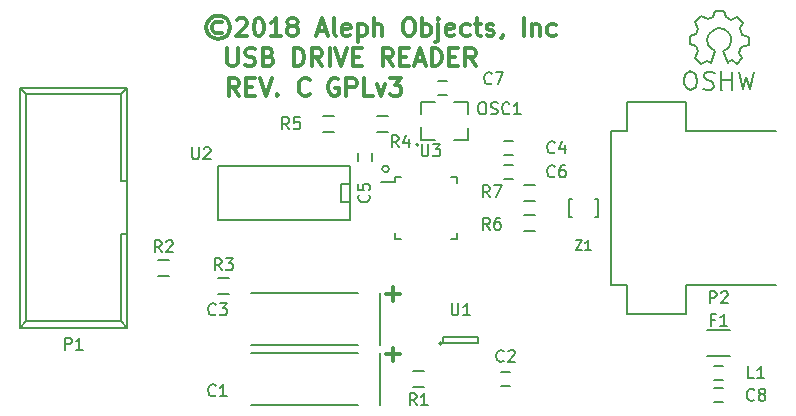
<source format=gbr>
G04 #@! TF.FileFunction,Legend,Top*
%FSLAX46Y46*%
G04 Gerber Fmt 4.6, Leading zero omitted, Abs format (unit mm)*
G04 Created by KiCad (PCBNEW 4.0.5+dfsg1-4) date Fri Dec 28 13:07:42 2018*
%MOMM*%
%LPD*%
G01*
G04 APERTURE LIST*
%ADD10C,0.100000*%
%ADD11C,0.300000*%
%ADD12C,0.200000*%
%ADD13C,0.150000*%
G04 APERTURE END LIST*
D10*
D11*
X159828572Y-108907143D02*
X160971429Y-108907143D01*
X160400000Y-109478571D02*
X160400000Y-108335714D01*
X159828572Y-114007143D02*
X160971429Y-114007143D01*
X160400000Y-114578571D02*
X160400000Y-113435714D01*
D12*
X160049981Y-98298000D02*
G75*
G03X160049981Y-98298000I-283981J0D01*
G01*
D11*
X155738000Y-90690000D02*
X155595143Y-90618571D01*
X155380857Y-90618571D01*
X155166572Y-90690000D01*
X155023714Y-90832857D01*
X154952286Y-90975714D01*
X154880857Y-91261429D01*
X154880857Y-91475714D01*
X154952286Y-91761429D01*
X155023714Y-91904286D01*
X155166572Y-92047143D01*
X155380857Y-92118571D01*
X155523714Y-92118571D01*
X155738000Y-92047143D01*
X155809429Y-91975714D01*
X155809429Y-91475714D01*
X155523714Y-91475714D01*
X156452286Y-92118571D02*
X156452286Y-90618571D01*
X157023714Y-90618571D01*
X157166572Y-90690000D01*
X157238000Y-90761429D01*
X157309429Y-90904286D01*
X157309429Y-91118571D01*
X157238000Y-91261429D01*
X157166572Y-91332857D01*
X157023714Y-91404286D01*
X156452286Y-91404286D01*
X158666572Y-92118571D02*
X157952286Y-92118571D01*
X157952286Y-90618571D01*
X159023715Y-91118571D02*
X159380858Y-92118571D01*
X159738000Y-91118571D01*
X160166572Y-90618571D02*
X161095143Y-90618571D01*
X160595143Y-91190000D01*
X160809429Y-91190000D01*
X160952286Y-91261429D01*
X161023715Y-91332857D01*
X161095143Y-91475714D01*
X161095143Y-91832857D01*
X161023715Y-91975714D01*
X160952286Y-92047143D01*
X160809429Y-92118571D01*
X160380857Y-92118571D01*
X160238000Y-92047143D01*
X160166572Y-91975714D01*
X147324286Y-92118571D02*
X146824286Y-91404286D01*
X146467143Y-92118571D02*
X146467143Y-90618571D01*
X147038571Y-90618571D01*
X147181429Y-90690000D01*
X147252857Y-90761429D01*
X147324286Y-90904286D01*
X147324286Y-91118571D01*
X147252857Y-91261429D01*
X147181429Y-91332857D01*
X147038571Y-91404286D01*
X146467143Y-91404286D01*
X147967143Y-91332857D02*
X148467143Y-91332857D01*
X148681429Y-92118571D02*
X147967143Y-92118571D01*
X147967143Y-90618571D01*
X148681429Y-90618571D01*
X149110000Y-90618571D02*
X149610000Y-92118571D01*
X150110000Y-90618571D01*
X150610000Y-91975714D02*
X150681428Y-92047143D01*
X150610000Y-92118571D01*
X150538571Y-92047143D01*
X150610000Y-91975714D01*
X150610000Y-92118571D01*
X153324286Y-91975714D02*
X153252857Y-92047143D01*
X153038571Y-92118571D01*
X152895714Y-92118571D01*
X152681429Y-92047143D01*
X152538571Y-91904286D01*
X152467143Y-91761429D01*
X152395714Y-91475714D01*
X152395714Y-91261429D01*
X152467143Y-90975714D01*
X152538571Y-90832857D01*
X152681429Y-90690000D01*
X152895714Y-90618571D01*
X153038571Y-90618571D01*
X153252857Y-90690000D01*
X153324286Y-90761429D01*
X146380715Y-88078571D02*
X146380715Y-89292857D01*
X146452143Y-89435714D01*
X146523572Y-89507143D01*
X146666429Y-89578571D01*
X146952143Y-89578571D01*
X147095001Y-89507143D01*
X147166429Y-89435714D01*
X147237858Y-89292857D01*
X147237858Y-88078571D01*
X147880715Y-89507143D02*
X148095001Y-89578571D01*
X148452144Y-89578571D01*
X148595001Y-89507143D01*
X148666430Y-89435714D01*
X148737858Y-89292857D01*
X148737858Y-89150000D01*
X148666430Y-89007143D01*
X148595001Y-88935714D01*
X148452144Y-88864286D01*
X148166430Y-88792857D01*
X148023572Y-88721429D01*
X147952144Y-88650000D01*
X147880715Y-88507143D01*
X147880715Y-88364286D01*
X147952144Y-88221429D01*
X148023572Y-88150000D01*
X148166430Y-88078571D01*
X148523572Y-88078571D01*
X148737858Y-88150000D01*
X149880715Y-88792857D02*
X150095001Y-88864286D01*
X150166429Y-88935714D01*
X150237858Y-89078571D01*
X150237858Y-89292857D01*
X150166429Y-89435714D01*
X150095001Y-89507143D01*
X149952143Y-89578571D01*
X149380715Y-89578571D01*
X149380715Y-88078571D01*
X149880715Y-88078571D01*
X150023572Y-88150000D01*
X150095001Y-88221429D01*
X150166429Y-88364286D01*
X150166429Y-88507143D01*
X150095001Y-88650000D01*
X150023572Y-88721429D01*
X149880715Y-88792857D01*
X149380715Y-88792857D01*
X152023572Y-89578571D02*
X152023572Y-88078571D01*
X152380715Y-88078571D01*
X152595000Y-88150000D01*
X152737858Y-88292857D01*
X152809286Y-88435714D01*
X152880715Y-88721429D01*
X152880715Y-88935714D01*
X152809286Y-89221429D01*
X152737858Y-89364286D01*
X152595000Y-89507143D01*
X152380715Y-89578571D01*
X152023572Y-89578571D01*
X154380715Y-89578571D02*
X153880715Y-88864286D01*
X153523572Y-89578571D02*
X153523572Y-88078571D01*
X154095000Y-88078571D01*
X154237858Y-88150000D01*
X154309286Y-88221429D01*
X154380715Y-88364286D01*
X154380715Y-88578571D01*
X154309286Y-88721429D01*
X154237858Y-88792857D01*
X154095000Y-88864286D01*
X153523572Y-88864286D01*
X155023572Y-89578571D02*
X155023572Y-88078571D01*
X155523572Y-88078571D02*
X156023572Y-89578571D01*
X156523572Y-88078571D01*
X157023572Y-88792857D02*
X157523572Y-88792857D01*
X157737858Y-89578571D02*
X157023572Y-89578571D01*
X157023572Y-88078571D01*
X157737858Y-88078571D01*
X160380715Y-89578571D02*
X159880715Y-88864286D01*
X159523572Y-89578571D02*
X159523572Y-88078571D01*
X160095000Y-88078571D01*
X160237858Y-88150000D01*
X160309286Y-88221429D01*
X160380715Y-88364286D01*
X160380715Y-88578571D01*
X160309286Y-88721429D01*
X160237858Y-88792857D01*
X160095000Y-88864286D01*
X159523572Y-88864286D01*
X161023572Y-88792857D02*
X161523572Y-88792857D01*
X161737858Y-89578571D02*
X161023572Y-89578571D01*
X161023572Y-88078571D01*
X161737858Y-88078571D01*
X162309286Y-89150000D02*
X163023572Y-89150000D01*
X162166429Y-89578571D02*
X162666429Y-88078571D01*
X163166429Y-89578571D01*
X163666429Y-89578571D02*
X163666429Y-88078571D01*
X164023572Y-88078571D01*
X164237857Y-88150000D01*
X164380715Y-88292857D01*
X164452143Y-88435714D01*
X164523572Y-88721429D01*
X164523572Y-88935714D01*
X164452143Y-89221429D01*
X164380715Y-89364286D01*
X164237857Y-89507143D01*
X164023572Y-89578571D01*
X163666429Y-89578571D01*
X165166429Y-88792857D02*
X165666429Y-88792857D01*
X165880715Y-89578571D02*
X165166429Y-89578571D01*
X165166429Y-88078571D01*
X165880715Y-88078571D01*
X167380715Y-89578571D02*
X166880715Y-88864286D01*
X166523572Y-89578571D02*
X166523572Y-88078571D01*
X167095000Y-88078571D01*
X167237858Y-88150000D01*
X167309286Y-88221429D01*
X167380715Y-88364286D01*
X167380715Y-88578571D01*
X167309286Y-88721429D01*
X167237858Y-88792857D01*
X167095000Y-88864286D01*
X166523572Y-88864286D01*
X145885001Y-85895714D02*
X145742143Y-85824286D01*
X145456429Y-85824286D01*
X145313572Y-85895714D01*
X145170715Y-86038571D01*
X145099286Y-86181429D01*
X145099286Y-86467143D01*
X145170715Y-86610000D01*
X145313572Y-86752857D01*
X145456429Y-86824286D01*
X145742143Y-86824286D01*
X145885001Y-86752857D01*
X145599286Y-85324286D02*
X145242143Y-85395714D01*
X144885001Y-85610000D01*
X144670715Y-85967143D01*
X144599286Y-86324286D01*
X144670715Y-86681429D01*
X144885001Y-87038571D01*
X145242143Y-87252857D01*
X145599286Y-87324286D01*
X145956429Y-87252857D01*
X146313572Y-87038571D01*
X146527858Y-86681429D01*
X146599286Y-86324286D01*
X146527858Y-85967143D01*
X146313572Y-85610000D01*
X145956429Y-85395714D01*
X145599286Y-85324286D01*
X147170715Y-85681429D02*
X147242144Y-85610000D01*
X147385001Y-85538571D01*
X147742144Y-85538571D01*
X147885001Y-85610000D01*
X147956430Y-85681429D01*
X148027858Y-85824286D01*
X148027858Y-85967143D01*
X147956430Y-86181429D01*
X147099287Y-87038571D01*
X148027858Y-87038571D01*
X148956429Y-85538571D02*
X149099286Y-85538571D01*
X149242143Y-85610000D01*
X149313572Y-85681429D01*
X149385001Y-85824286D01*
X149456429Y-86110000D01*
X149456429Y-86467143D01*
X149385001Y-86752857D01*
X149313572Y-86895714D01*
X149242143Y-86967143D01*
X149099286Y-87038571D01*
X148956429Y-87038571D01*
X148813572Y-86967143D01*
X148742143Y-86895714D01*
X148670715Y-86752857D01*
X148599286Y-86467143D01*
X148599286Y-86110000D01*
X148670715Y-85824286D01*
X148742143Y-85681429D01*
X148813572Y-85610000D01*
X148956429Y-85538571D01*
X150885000Y-87038571D02*
X150027857Y-87038571D01*
X150456429Y-87038571D02*
X150456429Y-85538571D01*
X150313572Y-85752857D01*
X150170714Y-85895714D01*
X150027857Y-85967143D01*
X151742143Y-86181429D02*
X151599285Y-86110000D01*
X151527857Y-86038571D01*
X151456428Y-85895714D01*
X151456428Y-85824286D01*
X151527857Y-85681429D01*
X151599285Y-85610000D01*
X151742143Y-85538571D01*
X152027857Y-85538571D01*
X152170714Y-85610000D01*
X152242143Y-85681429D01*
X152313571Y-85824286D01*
X152313571Y-85895714D01*
X152242143Y-86038571D01*
X152170714Y-86110000D01*
X152027857Y-86181429D01*
X151742143Y-86181429D01*
X151599285Y-86252857D01*
X151527857Y-86324286D01*
X151456428Y-86467143D01*
X151456428Y-86752857D01*
X151527857Y-86895714D01*
X151599285Y-86967143D01*
X151742143Y-87038571D01*
X152027857Y-87038571D01*
X152170714Y-86967143D01*
X152242143Y-86895714D01*
X152313571Y-86752857D01*
X152313571Y-86467143D01*
X152242143Y-86324286D01*
X152170714Y-86252857D01*
X152027857Y-86181429D01*
X154027856Y-86610000D02*
X154742142Y-86610000D01*
X153884999Y-87038571D02*
X154384999Y-85538571D01*
X154884999Y-87038571D01*
X155599285Y-87038571D02*
X155456427Y-86967143D01*
X155384999Y-86824286D01*
X155384999Y-85538571D01*
X156742141Y-86967143D02*
X156599284Y-87038571D01*
X156313570Y-87038571D01*
X156170713Y-86967143D01*
X156099284Y-86824286D01*
X156099284Y-86252857D01*
X156170713Y-86110000D01*
X156313570Y-86038571D01*
X156599284Y-86038571D01*
X156742141Y-86110000D01*
X156813570Y-86252857D01*
X156813570Y-86395714D01*
X156099284Y-86538571D01*
X157456427Y-86038571D02*
X157456427Y-87538571D01*
X157456427Y-86110000D02*
X157599284Y-86038571D01*
X157884998Y-86038571D01*
X158027855Y-86110000D01*
X158099284Y-86181429D01*
X158170713Y-86324286D01*
X158170713Y-86752857D01*
X158099284Y-86895714D01*
X158027855Y-86967143D01*
X157884998Y-87038571D01*
X157599284Y-87038571D01*
X157456427Y-86967143D01*
X158813570Y-87038571D02*
X158813570Y-85538571D01*
X159456427Y-87038571D02*
X159456427Y-86252857D01*
X159384998Y-86110000D01*
X159242141Y-86038571D01*
X159027856Y-86038571D01*
X158884998Y-86110000D01*
X158813570Y-86181429D01*
X161599284Y-85538571D02*
X161884998Y-85538571D01*
X162027856Y-85610000D01*
X162170713Y-85752857D01*
X162242141Y-86038571D01*
X162242141Y-86538571D01*
X162170713Y-86824286D01*
X162027856Y-86967143D01*
X161884998Y-87038571D01*
X161599284Y-87038571D01*
X161456427Y-86967143D01*
X161313570Y-86824286D01*
X161242141Y-86538571D01*
X161242141Y-86038571D01*
X161313570Y-85752857D01*
X161456427Y-85610000D01*
X161599284Y-85538571D01*
X162884999Y-87038571D02*
X162884999Y-85538571D01*
X162884999Y-86110000D02*
X163027856Y-86038571D01*
X163313570Y-86038571D01*
X163456427Y-86110000D01*
X163527856Y-86181429D01*
X163599285Y-86324286D01*
X163599285Y-86752857D01*
X163527856Y-86895714D01*
X163456427Y-86967143D01*
X163313570Y-87038571D01*
X163027856Y-87038571D01*
X162884999Y-86967143D01*
X164242142Y-86038571D02*
X164242142Y-87324286D01*
X164170713Y-87467143D01*
X164027856Y-87538571D01*
X163956428Y-87538571D01*
X164242142Y-85538571D02*
X164170713Y-85610000D01*
X164242142Y-85681429D01*
X164313570Y-85610000D01*
X164242142Y-85538571D01*
X164242142Y-85681429D01*
X165527856Y-86967143D02*
X165384999Y-87038571D01*
X165099285Y-87038571D01*
X164956428Y-86967143D01*
X164884999Y-86824286D01*
X164884999Y-86252857D01*
X164956428Y-86110000D01*
X165099285Y-86038571D01*
X165384999Y-86038571D01*
X165527856Y-86110000D01*
X165599285Y-86252857D01*
X165599285Y-86395714D01*
X164884999Y-86538571D01*
X166884999Y-86967143D02*
X166742142Y-87038571D01*
X166456428Y-87038571D01*
X166313570Y-86967143D01*
X166242142Y-86895714D01*
X166170713Y-86752857D01*
X166170713Y-86324286D01*
X166242142Y-86181429D01*
X166313570Y-86110000D01*
X166456428Y-86038571D01*
X166742142Y-86038571D01*
X166884999Y-86110000D01*
X167313570Y-86038571D02*
X167884999Y-86038571D01*
X167527856Y-85538571D02*
X167527856Y-86824286D01*
X167599284Y-86967143D01*
X167742142Y-87038571D01*
X167884999Y-87038571D01*
X168313570Y-86967143D02*
X168456427Y-87038571D01*
X168742142Y-87038571D01*
X168884999Y-86967143D01*
X168956427Y-86824286D01*
X168956427Y-86752857D01*
X168884999Y-86610000D01*
X168742142Y-86538571D01*
X168527856Y-86538571D01*
X168384999Y-86467143D01*
X168313570Y-86324286D01*
X168313570Y-86252857D01*
X168384999Y-86110000D01*
X168527856Y-86038571D01*
X168742142Y-86038571D01*
X168884999Y-86110000D01*
X169670713Y-86967143D02*
X169670713Y-87038571D01*
X169599285Y-87181429D01*
X169527856Y-87252857D01*
X171456428Y-87038571D02*
X171456428Y-85538571D01*
X172170714Y-86038571D02*
X172170714Y-87038571D01*
X172170714Y-86181429D02*
X172242142Y-86110000D01*
X172385000Y-86038571D01*
X172599285Y-86038571D01*
X172742142Y-86110000D01*
X172813571Y-86252857D01*
X172813571Y-87038571D01*
X174170714Y-86967143D02*
X174027857Y-87038571D01*
X173742143Y-87038571D01*
X173599285Y-86967143D01*
X173527857Y-86895714D01*
X173456428Y-86752857D01*
X173456428Y-86324286D01*
X173527857Y-86181429D01*
X173599285Y-86110000D01*
X173742143Y-86038571D01*
X174027857Y-86038571D01*
X174170714Y-86110000D01*
D13*
X148407120Y-118277640D02*
X157408880Y-118277640D01*
X157408880Y-113878360D02*
X148407120Y-113878360D01*
X159311340Y-118277640D02*
X159311340Y-113878360D01*
X148407120Y-113197640D02*
X157408880Y-113197640D01*
X157408880Y-108798360D02*
X148407120Y-108798360D01*
X159311340Y-113197640D02*
X159311340Y-108798360D01*
D12*
X162550000Y-96250000D02*
G75*
G03X162550000Y-96250000I-100000J0D01*
G01*
D13*
X162750000Y-94750000D02*
X162750000Y-95850000D01*
X162750000Y-95850000D02*
X163950000Y-95850000D01*
X163950000Y-92650000D02*
X162750000Y-92650000D01*
X162750000Y-92650000D02*
X162750000Y-93650000D01*
X166750000Y-94850000D02*
X166750000Y-95850000D01*
X166750000Y-95850000D02*
X165550000Y-95850000D01*
X165550000Y-92650000D02*
X166750000Y-92650000D01*
X166750000Y-92650000D02*
X166750000Y-93650000D01*
X170530000Y-97120000D02*
X169830000Y-97120000D01*
X169830000Y-95920000D02*
X170530000Y-95920000D01*
X170530000Y-99152000D02*
X169830000Y-99152000D01*
X169830000Y-97952000D02*
X170530000Y-97952000D01*
X186960000Y-111955000D02*
X188960000Y-111955000D01*
X188960000Y-114105000D02*
X186960000Y-114105000D01*
X137900000Y-91440000D02*
X137350000Y-92000000D01*
X137900000Y-111760000D02*
X137350000Y-111220000D01*
X128800000Y-91440000D02*
X129350000Y-92000000D01*
X128800000Y-111760000D02*
X129350000Y-111220000D01*
X129350000Y-92000000D02*
X137350000Y-92000000D01*
X128800000Y-91440000D02*
X137900000Y-91440000D01*
X129350000Y-111220000D02*
X137350000Y-111220000D01*
X128800000Y-111760000D02*
X137900000Y-111760000D01*
X137350000Y-99350000D02*
X137900000Y-99350000D01*
X137350000Y-103850000D02*
X137900000Y-103850000D01*
X137350000Y-99350000D02*
X137350000Y-92000000D01*
X137350000Y-111220000D02*
X137350000Y-103850000D01*
X137900000Y-111760000D02*
X137900000Y-91440000D01*
X129350000Y-111220000D02*
X129350000Y-92000000D01*
X128800000Y-111760000D02*
X128800000Y-91440000D01*
X180240000Y-108100000D02*
X178840000Y-108100000D01*
X180240000Y-95100000D02*
X178840000Y-95100000D01*
X185240000Y-108100000D02*
X185240000Y-110600000D01*
X180240000Y-108100000D02*
X180240000Y-110600000D01*
X180240000Y-95100000D02*
X180240000Y-92600000D01*
X180240000Y-92600000D02*
X185240000Y-92600000D01*
X185240000Y-92600000D02*
X185240000Y-95100000D01*
X185240000Y-95100000D02*
X192840000Y-95100000D01*
X180240000Y-110600000D02*
X185240000Y-110600000D01*
X185240000Y-108100000D02*
X192840000Y-108100000D01*
X178840000Y-95100000D02*
X178840000Y-108100000D01*
X162060000Y-115403000D02*
X163060000Y-115403000D01*
X163060000Y-116753000D02*
X162060000Y-116753000D01*
X141470000Y-107355000D02*
X140470000Y-107355000D01*
X140470000Y-106005000D02*
X141470000Y-106005000D01*
X146550000Y-108879000D02*
X145550000Y-108879000D01*
X145550000Y-107529000D02*
X146550000Y-107529000D01*
X159012000Y-93813000D02*
X160012000Y-93813000D01*
X160012000Y-95163000D02*
X159012000Y-95163000D01*
X155440000Y-95163000D02*
X154440000Y-95163000D01*
X154440000Y-93813000D02*
X155440000Y-93813000D01*
X177730000Y-102350000D02*
X177480000Y-102350000D01*
X177730000Y-100850000D02*
X177480000Y-100850000D01*
X175330000Y-102350000D02*
X175580000Y-102350000D01*
X175330000Y-100850000D02*
X175580000Y-100850000D01*
X177730000Y-102350000D02*
X177730000Y-100850000D01*
X175330000Y-100850000D02*
X175330000Y-102350000D01*
X187610000Y-116875000D02*
X188310000Y-116875000D01*
X188310000Y-118075000D02*
X187610000Y-118075000D01*
X187610000Y-114970000D02*
X188310000Y-114970000D01*
X188310000Y-116170000D02*
X187610000Y-116170000D01*
X156718000Y-102616000D02*
X145542000Y-102616000D01*
X156718000Y-98044000D02*
X156718000Y-102616000D01*
X145542000Y-98044000D02*
X156718000Y-98044000D01*
X145542000Y-102616000D02*
X145542000Y-98044000D01*
X155956000Y-99568000D02*
X156718000Y-99568000D01*
X155956000Y-101092000D02*
X155956000Y-99568000D01*
X156718000Y-101092000D02*
X155956000Y-101092000D01*
X160570000Y-99400000D02*
X159345000Y-99400000D01*
X165820000Y-98975000D02*
X165310000Y-98975000D01*
X165820000Y-104225000D02*
X165310000Y-104225000D01*
X160570000Y-104225000D02*
X161080000Y-104225000D01*
X160570000Y-98975000D02*
X161080000Y-98975000D01*
X160570000Y-104225000D02*
X160570000Y-103715000D01*
X165820000Y-104225000D02*
X165820000Y-103715000D01*
X165820000Y-98975000D02*
X165820000Y-99485000D01*
X160570000Y-98975000D02*
X160570000Y-99400000D01*
X158588000Y-96932000D02*
X158588000Y-97632000D01*
X157388000Y-97632000D02*
X157388000Y-96932000D01*
X172458000Y-103545000D02*
X171458000Y-103545000D01*
X171458000Y-102195000D02*
X172458000Y-102195000D01*
X170276000Y-116678000D02*
X169576000Y-116678000D01*
X169576000Y-115478000D02*
X170276000Y-115478000D01*
X164942000Y-92040000D02*
X164242000Y-92040000D01*
X164242000Y-90840000D02*
X164942000Y-90840000D01*
X172458000Y-101005000D02*
X171458000Y-101005000D01*
X171458000Y-99655000D02*
X172458000Y-99655000D01*
X164666000Y-113026000D02*
X167566000Y-113026000D01*
X167566000Y-113026000D02*
X167566000Y-112526000D01*
X167566000Y-112526000D02*
X164666000Y-112526000D01*
X164666000Y-112526000D02*
X164666000Y-113026000D01*
X164516000Y-113076000D02*
G75*
G03X164516000Y-113076000I-100000J0D01*
G01*
X189668780Y-90089860D02*
X190029460Y-91560520D01*
X190029460Y-91560520D02*
X190308860Y-90498800D01*
X190308860Y-90498800D02*
X190618740Y-91570680D01*
X190618740Y-91570680D02*
X190959100Y-90120340D01*
X188248920Y-90780740D02*
X189038860Y-90770580D01*
X189038860Y-90770580D02*
X189049020Y-90780740D01*
X189049020Y-90780740D02*
X189049020Y-90770580D01*
X189089660Y-90059380D02*
X189089660Y-91601160D01*
X188200660Y-90049220D02*
X188200660Y-91618940D01*
X188200660Y-91618940D02*
X188210820Y-91608780D01*
X187649480Y-90150820D02*
X187298960Y-90069540D01*
X187298960Y-90069540D02*
X186978920Y-90059380D01*
X186978920Y-90059380D02*
X186740160Y-90260040D01*
X186740160Y-90260040D02*
X186709680Y-90529280D01*
X186709680Y-90529280D02*
X186950980Y-90770580D01*
X186950980Y-90770580D02*
X187339600Y-90900120D01*
X187339600Y-90900120D02*
X187519940Y-91060140D01*
X187519940Y-91060140D02*
X187560580Y-91359860D01*
X187560580Y-91359860D02*
X187329440Y-91580840D01*
X187329440Y-91580840D02*
X187009400Y-91608780D01*
X187009400Y-91608780D02*
X186658880Y-91499560D01*
X185620020Y-90049220D02*
X185371100Y-90069540D01*
X185371100Y-90069540D02*
X185129800Y-90310840D01*
X185129800Y-90310840D02*
X185040900Y-90801060D01*
X185040900Y-90801060D02*
X185068840Y-91149040D01*
X185068840Y-91149040D02*
X185269500Y-91469080D01*
X185269500Y-91469080D02*
X185520960Y-91591000D01*
X185520960Y-91591000D02*
X185830840Y-91519880D01*
X185830840Y-91519880D02*
X186049280Y-91339540D01*
X186049280Y-91339540D02*
X186120400Y-90879800D01*
X186120400Y-90879800D02*
X186069600Y-90470860D01*
X186069600Y-90470860D02*
X185960380Y-90188920D01*
X185960380Y-90188920D02*
X185599700Y-90059380D01*
X186219460Y-88329640D02*
X185960380Y-88890980D01*
X185960380Y-88890980D02*
X186498860Y-89409140D01*
X186498860Y-89409140D02*
X187019560Y-89139900D01*
X187019560Y-89139900D02*
X187298960Y-89299920D01*
X188739140Y-89279600D02*
X189069340Y-89089100D01*
X189069340Y-89089100D02*
X189508760Y-89419300D01*
X189508760Y-89419300D02*
X189981200Y-88929080D01*
X189981200Y-88929080D02*
X189699260Y-88449020D01*
X189699260Y-88449020D02*
X189889760Y-87979120D01*
X189889760Y-87979120D02*
X190499360Y-87791160D01*
X190499360Y-87791160D02*
X190499360Y-87110440D01*
X190499360Y-87110440D02*
X189940560Y-86970740D01*
X189940560Y-86970740D02*
X189739900Y-86399240D01*
X189739900Y-86399240D02*
X190009140Y-85929340D01*
X190009140Y-85929340D02*
X189539240Y-85418800D01*
X189539240Y-85418800D02*
X189021080Y-85680420D01*
X189021080Y-85680420D02*
X188551180Y-85479760D01*
X188551180Y-85479760D02*
X188381000Y-84938740D01*
X188381000Y-84938740D02*
X187690120Y-84920960D01*
X187690120Y-84920960D02*
X187479300Y-85469600D01*
X187479300Y-85469600D02*
X187060200Y-85639780D01*
X187060200Y-85639780D02*
X186509020Y-85370540D01*
X186509020Y-85370540D02*
X185990860Y-85898860D01*
X185990860Y-85898860D02*
X186239780Y-86439880D01*
X186239780Y-86439880D02*
X186069600Y-86919940D01*
X186069600Y-86919940D02*
X185520960Y-87019000D01*
X185520960Y-87019000D02*
X185510800Y-87720040D01*
X185510800Y-87720040D02*
X186069600Y-87920700D01*
X186069600Y-87920700D02*
X186209300Y-88319480D01*
X188350520Y-88299160D02*
X188650240Y-88149300D01*
X188650240Y-88149300D02*
X188850900Y-87951180D01*
X188850900Y-87951180D02*
X189000760Y-87549860D01*
X189000760Y-87549860D02*
X189000760Y-87151080D01*
X189000760Y-87151080D02*
X188850900Y-86800560D01*
X188850900Y-86800560D02*
X188398780Y-86450040D01*
X188398780Y-86450040D02*
X187949200Y-86399240D01*
X187949200Y-86399240D02*
X187550420Y-86500840D01*
X187550420Y-86500840D02*
X187149100Y-86848820D01*
X187149100Y-86848820D02*
X186999240Y-87300940D01*
X186999240Y-87300940D02*
X187050040Y-87798780D01*
X187050040Y-87798780D02*
X187298960Y-88101040D01*
X187298960Y-88101040D02*
X187649480Y-88299160D01*
X187649480Y-88299160D02*
X187298960Y-89299920D01*
X188350520Y-88299160D02*
X188749300Y-89299920D01*
X145375334Y-117451143D02*
X145327715Y-117498762D01*
X145184858Y-117546381D01*
X145089620Y-117546381D01*
X144946762Y-117498762D01*
X144851524Y-117403524D01*
X144803905Y-117308286D01*
X144756286Y-117117810D01*
X144756286Y-116974952D01*
X144803905Y-116784476D01*
X144851524Y-116689238D01*
X144946762Y-116594000D01*
X145089620Y-116546381D01*
X145184858Y-116546381D01*
X145327715Y-116594000D01*
X145375334Y-116641619D01*
X146327715Y-117546381D02*
X145756286Y-117546381D01*
X146042000Y-117546381D02*
X146042000Y-116546381D01*
X145946762Y-116689238D01*
X145851524Y-116784476D01*
X145756286Y-116832095D01*
X145375334Y-110593143D02*
X145327715Y-110640762D01*
X145184858Y-110688381D01*
X145089620Y-110688381D01*
X144946762Y-110640762D01*
X144851524Y-110545524D01*
X144803905Y-110450286D01*
X144756286Y-110259810D01*
X144756286Y-110116952D01*
X144803905Y-109926476D01*
X144851524Y-109831238D01*
X144946762Y-109736000D01*
X145089620Y-109688381D01*
X145184858Y-109688381D01*
X145327715Y-109736000D01*
X145375334Y-109783619D01*
X145708667Y-109688381D02*
X146327715Y-109688381D01*
X145994381Y-110069333D01*
X146137239Y-110069333D01*
X146232477Y-110116952D01*
X146280096Y-110164571D01*
X146327715Y-110259810D01*
X146327715Y-110497905D01*
X146280096Y-110593143D01*
X146232477Y-110640762D01*
X146137239Y-110688381D01*
X145851524Y-110688381D01*
X145756286Y-110640762D01*
X145708667Y-110593143D01*
X167870381Y-92670381D02*
X168060858Y-92670381D01*
X168156096Y-92718000D01*
X168251334Y-92813238D01*
X168298953Y-93003714D01*
X168298953Y-93337048D01*
X168251334Y-93527524D01*
X168156096Y-93622762D01*
X168060858Y-93670381D01*
X167870381Y-93670381D01*
X167775143Y-93622762D01*
X167679905Y-93527524D01*
X167632286Y-93337048D01*
X167632286Y-93003714D01*
X167679905Y-92813238D01*
X167775143Y-92718000D01*
X167870381Y-92670381D01*
X168679905Y-93622762D02*
X168822762Y-93670381D01*
X169060858Y-93670381D01*
X169156096Y-93622762D01*
X169203715Y-93575143D01*
X169251334Y-93479905D01*
X169251334Y-93384667D01*
X169203715Y-93289429D01*
X169156096Y-93241810D01*
X169060858Y-93194190D01*
X168870381Y-93146571D01*
X168775143Y-93098952D01*
X168727524Y-93051333D01*
X168679905Y-92956095D01*
X168679905Y-92860857D01*
X168727524Y-92765619D01*
X168775143Y-92718000D01*
X168870381Y-92670381D01*
X169108477Y-92670381D01*
X169251334Y-92718000D01*
X170251334Y-93575143D02*
X170203715Y-93622762D01*
X170060858Y-93670381D01*
X169965620Y-93670381D01*
X169822762Y-93622762D01*
X169727524Y-93527524D01*
X169679905Y-93432286D01*
X169632286Y-93241810D01*
X169632286Y-93098952D01*
X169679905Y-92908476D01*
X169727524Y-92813238D01*
X169822762Y-92718000D01*
X169965620Y-92670381D01*
X170060858Y-92670381D01*
X170203715Y-92718000D01*
X170251334Y-92765619D01*
X171203715Y-93670381D02*
X170632286Y-93670381D01*
X170918000Y-93670381D02*
X170918000Y-92670381D01*
X170822762Y-92813238D01*
X170727524Y-92908476D01*
X170632286Y-92956095D01*
X174077334Y-96877143D02*
X174029715Y-96924762D01*
X173886858Y-96972381D01*
X173791620Y-96972381D01*
X173648762Y-96924762D01*
X173553524Y-96829524D01*
X173505905Y-96734286D01*
X173458286Y-96543810D01*
X173458286Y-96400952D01*
X173505905Y-96210476D01*
X173553524Y-96115238D01*
X173648762Y-96020000D01*
X173791620Y-95972381D01*
X173886858Y-95972381D01*
X174029715Y-96020000D01*
X174077334Y-96067619D01*
X174934477Y-96305714D02*
X174934477Y-96972381D01*
X174696381Y-95924762D02*
X174458286Y-96639048D01*
X175077334Y-96639048D01*
X174077334Y-98909143D02*
X174029715Y-98956762D01*
X173886858Y-99004381D01*
X173791620Y-99004381D01*
X173648762Y-98956762D01*
X173553524Y-98861524D01*
X173505905Y-98766286D01*
X173458286Y-98575810D01*
X173458286Y-98432952D01*
X173505905Y-98242476D01*
X173553524Y-98147238D01*
X173648762Y-98052000D01*
X173791620Y-98004381D01*
X173886858Y-98004381D01*
X174029715Y-98052000D01*
X174077334Y-98099619D01*
X174934477Y-98004381D02*
X174744000Y-98004381D01*
X174648762Y-98052000D01*
X174601143Y-98099619D01*
X174505905Y-98242476D01*
X174458286Y-98432952D01*
X174458286Y-98813905D01*
X174505905Y-98909143D01*
X174553524Y-98956762D01*
X174648762Y-99004381D01*
X174839239Y-99004381D01*
X174934477Y-98956762D01*
X174982096Y-98909143D01*
X175029715Y-98813905D01*
X175029715Y-98575810D01*
X174982096Y-98480571D01*
X174934477Y-98432952D01*
X174839239Y-98385333D01*
X174648762Y-98385333D01*
X174553524Y-98432952D01*
X174505905Y-98480571D01*
X174458286Y-98575810D01*
X187626667Y-111053571D02*
X187293333Y-111053571D01*
X187293333Y-111577381D02*
X187293333Y-110577381D01*
X187769524Y-110577381D01*
X188674286Y-111577381D02*
X188102857Y-111577381D01*
X188388571Y-111577381D02*
X188388571Y-110577381D01*
X188293333Y-110720238D01*
X188198095Y-110815476D01*
X188102857Y-110863095D01*
X132611905Y-113609381D02*
X132611905Y-112609381D01*
X132992858Y-112609381D01*
X133088096Y-112657000D01*
X133135715Y-112704619D01*
X133183334Y-112799857D01*
X133183334Y-112942714D01*
X133135715Y-113037952D01*
X133088096Y-113085571D01*
X132992858Y-113133190D01*
X132611905Y-113133190D01*
X134135715Y-113609381D02*
X133564286Y-113609381D01*
X133850000Y-113609381D02*
X133850000Y-112609381D01*
X133754762Y-112752238D01*
X133659524Y-112847476D01*
X133564286Y-112895095D01*
X187221905Y-109672381D02*
X187221905Y-108672381D01*
X187602858Y-108672381D01*
X187698096Y-108720000D01*
X187745715Y-108767619D01*
X187793334Y-108862857D01*
X187793334Y-109005714D01*
X187745715Y-109100952D01*
X187698096Y-109148571D01*
X187602858Y-109196190D01*
X187221905Y-109196190D01*
X188174286Y-108767619D02*
X188221905Y-108720000D01*
X188317143Y-108672381D01*
X188555239Y-108672381D01*
X188650477Y-108720000D01*
X188698096Y-108767619D01*
X188745715Y-108862857D01*
X188745715Y-108958095D01*
X188698096Y-109100952D01*
X188126667Y-109672381D01*
X188745715Y-109672381D01*
X162393334Y-118308381D02*
X162060000Y-117832190D01*
X161821905Y-118308381D02*
X161821905Y-117308381D01*
X162202858Y-117308381D01*
X162298096Y-117356000D01*
X162345715Y-117403619D01*
X162393334Y-117498857D01*
X162393334Y-117641714D01*
X162345715Y-117736952D01*
X162298096Y-117784571D01*
X162202858Y-117832190D01*
X161821905Y-117832190D01*
X163345715Y-118308381D02*
X162774286Y-118308381D01*
X163060000Y-118308381D02*
X163060000Y-117308381D01*
X162964762Y-117451238D01*
X162869524Y-117546476D01*
X162774286Y-117594095D01*
X140803334Y-105354381D02*
X140470000Y-104878190D01*
X140231905Y-105354381D02*
X140231905Y-104354381D01*
X140612858Y-104354381D01*
X140708096Y-104402000D01*
X140755715Y-104449619D01*
X140803334Y-104544857D01*
X140803334Y-104687714D01*
X140755715Y-104782952D01*
X140708096Y-104830571D01*
X140612858Y-104878190D01*
X140231905Y-104878190D01*
X141184286Y-104449619D02*
X141231905Y-104402000D01*
X141327143Y-104354381D01*
X141565239Y-104354381D01*
X141660477Y-104402000D01*
X141708096Y-104449619D01*
X141755715Y-104544857D01*
X141755715Y-104640095D01*
X141708096Y-104782952D01*
X141136667Y-105354381D01*
X141755715Y-105354381D01*
X145883334Y-106878381D02*
X145550000Y-106402190D01*
X145311905Y-106878381D02*
X145311905Y-105878381D01*
X145692858Y-105878381D01*
X145788096Y-105926000D01*
X145835715Y-105973619D01*
X145883334Y-106068857D01*
X145883334Y-106211714D01*
X145835715Y-106306952D01*
X145788096Y-106354571D01*
X145692858Y-106402190D01*
X145311905Y-106402190D01*
X146216667Y-105878381D02*
X146835715Y-105878381D01*
X146502381Y-106259333D01*
X146645239Y-106259333D01*
X146740477Y-106306952D01*
X146788096Y-106354571D01*
X146835715Y-106449810D01*
X146835715Y-106687905D01*
X146788096Y-106783143D01*
X146740477Y-106830762D01*
X146645239Y-106878381D01*
X146359524Y-106878381D01*
X146264286Y-106830762D01*
X146216667Y-106783143D01*
X160869334Y-96464381D02*
X160536000Y-95988190D01*
X160297905Y-96464381D02*
X160297905Y-95464381D01*
X160678858Y-95464381D01*
X160774096Y-95512000D01*
X160821715Y-95559619D01*
X160869334Y-95654857D01*
X160869334Y-95797714D01*
X160821715Y-95892952D01*
X160774096Y-95940571D01*
X160678858Y-95988190D01*
X160297905Y-95988190D01*
X161726477Y-95797714D02*
X161726477Y-96464381D01*
X161488381Y-95416762D02*
X161250286Y-96131048D01*
X161869334Y-96131048D01*
X151598334Y-94940381D02*
X151265000Y-94464190D01*
X151026905Y-94940381D02*
X151026905Y-93940381D01*
X151407858Y-93940381D01*
X151503096Y-93988000D01*
X151550715Y-94035619D01*
X151598334Y-94130857D01*
X151598334Y-94273714D01*
X151550715Y-94368952D01*
X151503096Y-94416571D01*
X151407858Y-94464190D01*
X151026905Y-94464190D01*
X152503096Y-93940381D02*
X152026905Y-93940381D01*
X151979286Y-94416571D01*
X152026905Y-94368952D01*
X152122143Y-94321333D01*
X152360239Y-94321333D01*
X152455477Y-94368952D01*
X152503096Y-94416571D01*
X152550715Y-94511810D01*
X152550715Y-94749905D01*
X152503096Y-94845143D01*
X152455477Y-94892762D01*
X152360239Y-94940381D01*
X152122143Y-94940381D01*
X152026905Y-94892762D01*
X151979286Y-94845143D01*
X175882381Y-104336905D02*
X176415714Y-104336905D01*
X175882381Y-105136905D01*
X176415714Y-105136905D01*
X177139524Y-105136905D02*
X176682381Y-105136905D01*
X176910952Y-105136905D02*
X176910952Y-104336905D01*
X176834762Y-104451190D01*
X176758571Y-104527381D01*
X176682381Y-104565476D01*
X190968334Y-117832143D02*
X190920715Y-117879762D01*
X190777858Y-117927381D01*
X190682620Y-117927381D01*
X190539762Y-117879762D01*
X190444524Y-117784524D01*
X190396905Y-117689286D01*
X190349286Y-117498810D01*
X190349286Y-117355952D01*
X190396905Y-117165476D01*
X190444524Y-117070238D01*
X190539762Y-116975000D01*
X190682620Y-116927381D01*
X190777858Y-116927381D01*
X190920715Y-116975000D01*
X190968334Y-117022619D01*
X191539762Y-117355952D02*
X191444524Y-117308333D01*
X191396905Y-117260714D01*
X191349286Y-117165476D01*
X191349286Y-117117857D01*
X191396905Y-117022619D01*
X191444524Y-116975000D01*
X191539762Y-116927381D01*
X191730239Y-116927381D01*
X191825477Y-116975000D01*
X191873096Y-117022619D01*
X191920715Y-117117857D01*
X191920715Y-117165476D01*
X191873096Y-117260714D01*
X191825477Y-117308333D01*
X191730239Y-117355952D01*
X191539762Y-117355952D01*
X191444524Y-117403571D01*
X191396905Y-117451190D01*
X191349286Y-117546429D01*
X191349286Y-117736905D01*
X191396905Y-117832143D01*
X191444524Y-117879762D01*
X191539762Y-117927381D01*
X191730239Y-117927381D01*
X191825477Y-117879762D01*
X191873096Y-117832143D01*
X191920715Y-117736905D01*
X191920715Y-117546429D01*
X191873096Y-117451190D01*
X191825477Y-117403571D01*
X191730239Y-117355952D01*
X190968334Y-116022381D02*
X190492143Y-116022381D01*
X190492143Y-115022381D01*
X191825477Y-116022381D02*
X191254048Y-116022381D01*
X191539762Y-116022381D02*
X191539762Y-115022381D01*
X191444524Y-115165238D01*
X191349286Y-115260476D01*
X191254048Y-115308095D01*
X143383095Y-96480381D02*
X143383095Y-97289905D01*
X143430714Y-97385143D01*
X143478333Y-97432762D01*
X143573571Y-97480381D01*
X143764048Y-97480381D01*
X143859286Y-97432762D01*
X143906905Y-97385143D01*
X143954524Y-97289905D01*
X143954524Y-96480381D01*
X144383095Y-96575619D02*
X144430714Y-96528000D01*
X144525952Y-96480381D01*
X144764048Y-96480381D01*
X144859286Y-96528000D01*
X144906905Y-96575619D01*
X144954524Y-96670857D01*
X144954524Y-96766095D01*
X144906905Y-96908952D01*
X144335476Y-97480381D01*
X144954524Y-97480381D01*
X162814095Y-96226381D02*
X162814095Y-97035905D01*
X162861714Y-97131143D01*
X162909333Y-97178762D01*
X163004571Y-97226381D01*
X163195048Y-97226381D01*
X163290286Y-97178762D01*
X163337905Y-97131143D01*
X163385524Y-97035905D01*
X163385524Y-96226381D01*
X163766476Y-96226381D02*
X164385524Y-96226381D01*
X164052190Y-96607333D01*
X164195048Y-96607333D01*
X164290286Y-96654952D01*
X164337905Y-96702571D01*
X164385524Y-96797810D01*
X164385524Y-97035905D01*
X164337905Y-97131143D01*
X164290286Y-97178762D01*
X164195048Y-97226381D01*
X163909333Y-97226381D01*
X163814095Y-97178762D01*
X163766476Y-97131143D01*
X158345143Y-100496666D02*
X158392762Y-100544285D01*
X158440381Y-100687142D01*
X158440381Y-100782380D01*
X158392762Y-100925238D01*
X158297524Y-101020476D01*
X158202286Y-101068095D01*
X158011810Y-101115714D01*
X157868952Y-101115714D01*
X157678476Y-101068095D01*
X157583238Y-101020476D01*
X157488000Y-100925238D01*
X157440381Y-100782380D01*
X157440381Y-100687142D01*
X157488000Y-100544285D01*
X157535619Y-100496666D01*
X157440381Y-99591904D02*
X157440381Y-100068095D01*
X157916571Y-100115714D01*
X157868952Y-100068095D01*
X157821333Y-99972857D01*
X157821333Y-99734761D01*
X157868952Y-99639523D01*
X157916571Y-99591904D01*
X158011810Y-99544285D01*
X158249905Y-99544285D01*
X158345143Y-99591904D01*
X158392762Y-99639523D01*
X158440381Y-99734761D01*
X158440381Y-99972857D01*
X158392762Y-100068095D01*
X158345143Y-100115714D01*
X168583334Y-103452381D02*
X168250000Y-102976190D01*
X168011905Y-103452381D02*
X168011905Y-102452381D01*
X168392858Y-102452381D01*
X168488096Y-102500000D01*
X168535715Y-102547619D01*
X168583334Y-102642857D01*
X168583334Y-102785714D01*
X168535715Y-102880952D01*
X168488096Y-102928571D01*
X168392858Y-102976190D01*
X168011905Y-102976190D01*
X169440477Y-102452381D02*
X169250000Y-102452381D01*
X169154762Y-102500000D01*
X169107143Y-102547619D01*
X169011905Y-102690476D01*
X168964286Y-102880952D01*
X168964286Y-103261905D01*
X169011905Y-103357143D01*
X169059524Y-103404762D01*
X169154762Y-103452381D01*
X169345239Y-103452381D01*
X169440477Y-103404762D01*
X169488096Y-103357143D01*
X169535715Y-103261905D01*
X169535715Y-103023810D01*
X169488096Y-102928571D01*
X169440477Y-102880952D01*
X169345239Y-102833333D01*
X169154762Y-102833333D01*
X169059524Y-102880952D01*
X169011905Y-102928571D01*
X168964286Y-103023810D01*
X169759334Y-114535143D02*
X169711715Y-114582762D01*
X169568858Y-114630381D01*
X169473620Y-114630381D01*
X169330762Y-114582762D01*
X169235524Y-114487524D01*
X169187905Y-114392286D01*
X169140286Y-114201810D01*
X169140286Y-114058952D01*
X169187905Y-113868476D01*
X169235524Y-113773238D01*
X169330762Y-113678000D01*
X169473620Y-113630381D01*
X169568858Y-113630381D01*
X169711715Y-113678000D01*
X169759334Y-113725619D01*
X170140286Y-113725619D02*
X170187905Y-113678000D01*
X170283143Y-113630381D01*
X170521239Y-113630381D01*
X170616477Y-113678000D01*
X170664096Y-113725619D01*
X170711715Y-113820857D01*
X170711715Y-113916095D01*
X170664096Y-114058952D01*
X170092667Y-114630381D01*
X170711715Y-114630381D01*
X168743334Y-91035143D02*
X168695715Y-91082762D01*
X168552858Y-91130381D01*
X168457620Y-91130381D01*
X168314762Y-91082762D01*
X168219524Y-90987524D01*
X168171905Y-90892286D01*
X168124286Y-90701810D01*
X168124286Y-90558952D01*
X168171905Y-90368476D01*
X168219524Y-90273238D01*
X168314762Y-90178000D01*
X168457620Y-90130381D01*
X168552858Y-90130381D01*
X168695715Y-90178000D01*
X168743334Y-90225619D01*
X169076667Y-90130381D02*
X169743334Y-90130381D01*
X169314762Y-91130381D01*
X168583334Y-100702381D02*
X168250000Y-100226190D01*
X168011905Y-100702381D02*
X168011905Y-99702381D01*
X168392858Y-99702381D01*
X168488096Y-99750000D01*
X168535715Y-99797619D01*
X168583334Y-99892857D01*
X168583334Y-100035714D01*
X168535715Y-100130952D01*
X168488096Y-100178571D01*
X168392858Y-100226190D01*
X168011905Y-100226190D01*
X168916667Y-99702381D02*
X169583334Y-99702381D01*
X169154762Y-100702381D01*
X165354095Y-109688381D02*
X165354095Y-110497905D01*
X165401714Y-110593143D01*
X165449333Y-110640762D01*
X165544571Y-110688381D01*
X165735048Y-110688381D01*
X165830286Y-110640762D01*
X165877905Y-110593143D01*
X165925524Y-110497905D01*
X165925524Y-109688381D01*
X166925524Y-110688381D02*
X166354095Y-110688381D01*
X166639809Y-110688381D02*
X166639809Y-109688381D01*
X166544571Y-109831238D01*
X166449333Y-109926476D01*
X166354095Y-109974095D01*
M02*

</source>
